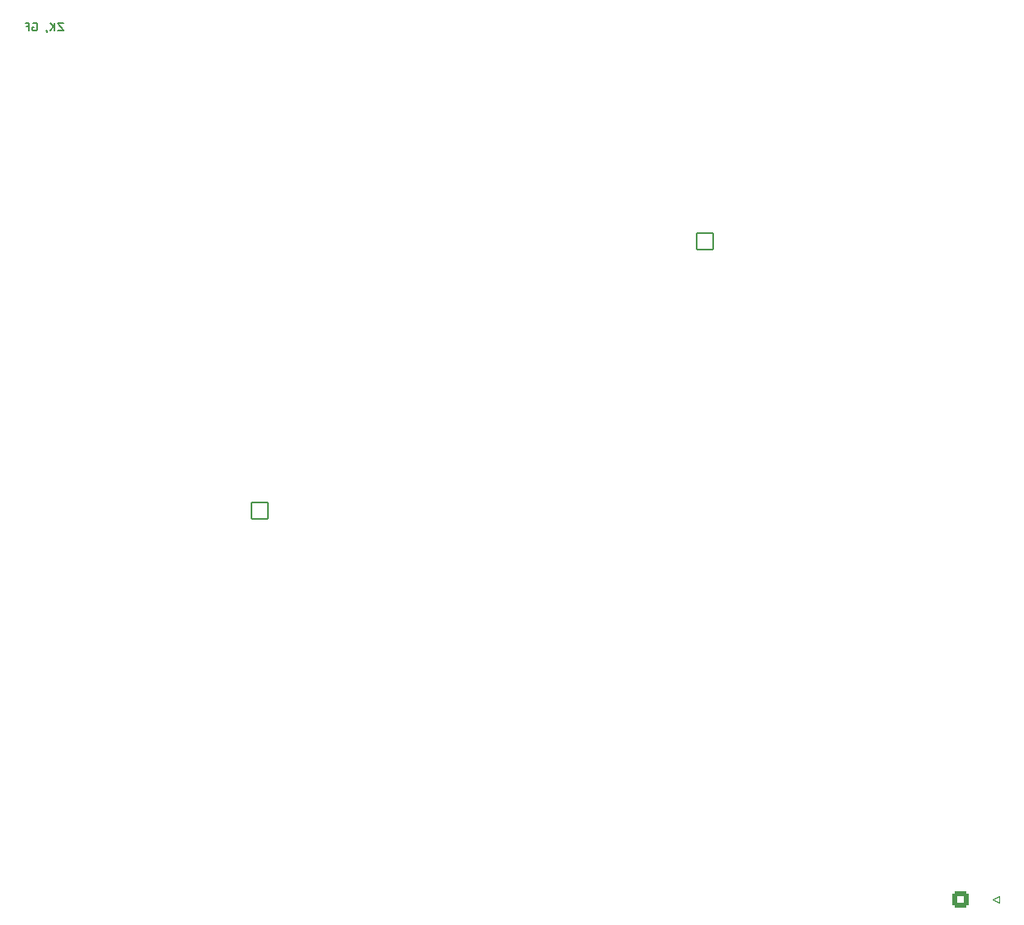
<source format=gbo>
G04 #@! TF.GenerationSoftware,KiCad,Pcbnew,7.0.10*
G04 #@! TF.CreationDate,2024-03-29T04:01:23-04:00*
G04 #@! TF.ProjectId,WarpSE,57617270-5345-42e6-9b69-6361645f7063,1.0*
G04 #@! TF.SameCoordinates,Original*
G04 #@! TF.FileFunction,Legend,Bot*
G04 #@! TF.FilePolarity,Positive*
%FSLAX46Y46*%
G04 Gerber Fmt 4.6, Leading zero omitted, Abs format (unit mm)*
G04 Created by KiCad (PCBNEW 7.0.10) date 2024-03-29 04:01:23*
%MOMM*%
%LPD*%
G01*
G04 APERTURE LIST*
G04 Aperture macros list*
%AMRoundRect*
0 Rectangle with rounded corners*
0 $1 Rounding radius*
0 $2 $3 $4 $5 $6 $7 $8 $9 X,Y pos of 4 corners*
0 Add a 4 corners polygon primitive as box body*
4,1,4,$2,$3,$4,$5,$6,$7,$8,$9,$2,$3,0*
0 Add four circle primitives for the rounded corners*
1,1,$1+$1,$2,$3*
1,1,$1+$1,$4,$5*
1,1,$1+$1,$6,$7*
1,1,$1+$1,$8,$9*
0 Add four rect primitives between the rounded corners*
20,1,$1+$1,$2,$3,$4,$5,0*
20,1,$1+$1,$4,$5,$6,$7,0*
20,1,$1+$1,$6,$7,$8,$9,0*
20,1,$1+$1,$8,$9,$2,$3,0*%
G04 Aperture macros list end*
%ADD10C,0.203200*%
%ADD11C,0.120000*%
%ADD12C,3.002400*%
%ADD13RoundRect,0.274580X0.576620X0.576620X-0.576620X0.576620X-0.576620X-0.576620X0.576620X-0.576620X0*%
%ADD14C,1.702400*%
%ADD15C,1.448000*%
%ADD16C,2.527300*%
%ADD17C,1.143000*%
%ADD18RoundRect,0.076200X0.850000X0.850000X-0.850000X0.850000X-0.850000X-0.850000X0.850000X-0.850000X0*%
%ADD19O,1.852400X1.852400*%
%ADD20RoundRect,0.076200X0.850000X-0.850000X0.850000X0.850000X-0.850000X0.850000X-0.850000X-0.850000X0*%
%ADD21RoundRect,0.272412X-0.653788X-0.653788X0.653788X-0.653788X0.653788X0.653788X-0.653788X0.653788X0*%
G04 APERTURE END LIST*
D10*
X113568237Y-39430649D02*
X113026371Y-39430649D01*
X113026371Y-39430649D02*
X113568237Y-40243449D01*
X113568237Y-40243449D02*
X113026371Y-40243449D01*
X112716733Y-40243449D02*
X112716733Y-39430649D01*
X112252276Y-40243449D02*
X112600618Y-39778992D01*
X112252276Y-39430649D02*
X112716733Y-39895106D01*
X111865228Y-40204745D02*
X111865228Y-40243449D01*
X111865228Y-40243449D02*
X111903933Y-40320859D01*
X111903933Y-40320859D02*
X111942637Y-40359564D01*
X110471856Y-39469354D02*
X110549266Y-39430649D01*
X110549266Y-39430649D02*
X110665380Y-39430649D01*
X110665380Y-39430649D02*
X110781494Y-39469354D01*
X110781494Y-39469354D02*
X110858904Y-39546764D01*
X110858904Y-39546764D02*
X110897609Y-39624173D01*
X110897609Y-39624173D02*
X110936313Y-39778992D01*
X110936313Y-39778992D02*
X110936313Y-39895106D01*
X110936313Y-39895106D02*
X110897609Y-40049925D01*
X110897609Y-40049925D02*
X110858904Y-40127335D01*
X110858904Y-40127335D02*
X110781494Y-40204745D01*
X110781494Y-40204745D02*
X110665380Y-40243449D01*
X110665380Y-40243449D02*
X110587971Y-40243449D01*
X110587971Y-40243449D02*
X110471856Y-40204745D01*
X110471856Y-40204745D02*
X110433152Y-40166040D01*
X110433152Y-40166040D02*
X110433152Y-39895106D01*
X110433152Y-39895106D02*
X110587971Y-39895106D01*
X109813875Y-39817697D02*
X110084809Y-39817697D01*
X110084809Y-40243449D02*
X110084809Y-39430649D01*
X110084809Y-39430649D02*
X109697761Y-39430649D01*
D11*
X209730000Y-129840000D02*
X209730000Y-129240000D01*
X209730000Y-129240000D02*
X209050000Y-129540000D01*
X209050000Y-129540000D02*
X209730000Y-129840000D01*
%LPC*%
D12*
X203500000Y-135170000D03*
X203500000Y-45170000D03*
D13*
X205740000Y-129540000D03*
D14*
X205740000Y-127000000D03*
X205740000Y-124460000D03*
X205740000Y-121920000D03*
X205740000Y-119380000D03*
X205740000Y-116840000D03*
X205740000Y-114300000D03*
X205740000Y-111760000D03*
X205740000Y-109220000D03*
X205740000Y-106680000D03*
X205740000Y-104140000D03*
X205740000Y-101600000D03*
X205740000Y-99060000D03*
X205740000Y-96520000D03*
X205740000Y-93980000D03*
X205740000Y-91440000D03*
X205740000Y-88900000D03*
X205740000Y-86360000D03*
X205740000Y-83820000D03*
X205740000Y-81280000D03*
X205740000Y-78740000D03*
X205740000Y-76200000D03*
X205740000Y-73660000D03*
X205740000Y-71120000D03*
X205740000Y-68580000D03*
X205740000Y-66040000D03*
X205740000Y-63500000D03*
X205740000Y-60960000D03*
X205740000Y-58420000D03*
X205740000Y-55880000D03*
X205740000Y-53340000D03*
X205740000Y-50800000D03*
X203200000Y-129540000D03*
X203200000Y-127000000D03*
X203200000Y-124460000D03*
X203200000Y-121920000D03*
X203200000Y-119380000D03*
X203200000Y-116840000D03*
X203200000Y-114300000D03*
X203200000Y-111760000D03*
X203200000Y-109220000D03*
X203200000Y-106680000D03*
X203200000Y-104140000D03*
X203200000Y-101600000D03*
X203200000Y-99060000D03*
X203200000Y-96520000D03*
X203200000Y-93980000D03*
X203200000Y-91440000D03*
X203200000Y-88900000D03*
X203200000Y-86360000D03*
X203200000Y-83820000D03*
X203200000Y-81280000D03*
X203200000Y-78740000D03*
X203200000Y-76200000D03*
X203200000Y-73660000D03*
X203200000Y-71120000D03*
X203200000Y-68580000D03*
X203200000Y-66040000D03*
X203200000Y-63500000D03*
X203200000Y-60960000D03*
X203200000Y-58420000D03*
X203200000Y-55880000D03*
X203200000Y-53340000D03*
X203200000Y-50800000D03*
X200660000Y-129540000D03*
X200660000Y-127000000D03*
X200660000Y-124460000D03*
X200660000Y-121920000D03*
X200660000Y-119380000D03*
X200660000Y-116840000D03*
X200660000Y-114300000D03*
X200660000Y-111760000D03*
X200660000Y-109220000D03*
X200660000Y-106680000D03*
X200660000Y-104140000D03*
X200660000Y-101600000D03*
X200660000Y-99060000D03*
X200660000Y-96520000D03*
X200660000Y-93980000D03*
X200660000Y-91440000D03*
X200660000Y-88900000D03*
X200660000Y-86360000D03*
X200660000Y-83820000D03*
X200660000Y-81280000D03*
X200660000Y-78740000D03*
X200660000Y-76200000D03*
X200660000Y-73660000D03*
X200660000Y-71120000D03*
X200660000Y-68580000D03*
X200660000Y-66040000D03*
X200660000Y-63500000D03*
X200660000Y-60960000D03*
X200660000Y-58420000D03*
X200660000Y-55880000D03*
X200660000Y-53340000D03*
X200660000Y-50800000D03*
D15*
X107823000Y-39878000D03*
X210312000Y-39878000D03*
X210312000Y-137922000D03*
X196469000Y-137922000D03*
X107823000Y-127508000D03*
D16*
X107854910Y-48944962D03*
D17*
X109650961Y-50741013D03*
D16*
X111447012Y-52537064D03*
X111896025Y-44903846D03*
X115488128Y-48495949D03*
D17*
X114320694Y-44634439D03*
X115757535Y-46071280D03*
D18*
X133750000Y-89550000D03*
D19*
X133750000Y-87010000D03*
D20*
X179500000Y-61900000D03*
D19*
X182040000Y-61900000D03*
D21*
X105283000Y-112268000D03*
D19*
X107823000Y-112268000D03*
X105283000Y-114808000D03*
X107823000Y-114808000D03*
X105283000Y-117348000D03*
X107823000Y-117348000D03*
X105283000Y-119888000D03*
X107823000Y-119888000D03*
X105283000Y-122428000D03*
X107823000Y-122428000D03*
X105283000Y-124968000D03*
X107823000Y-124968000D03*
%LPD*%
M02*

</source>
